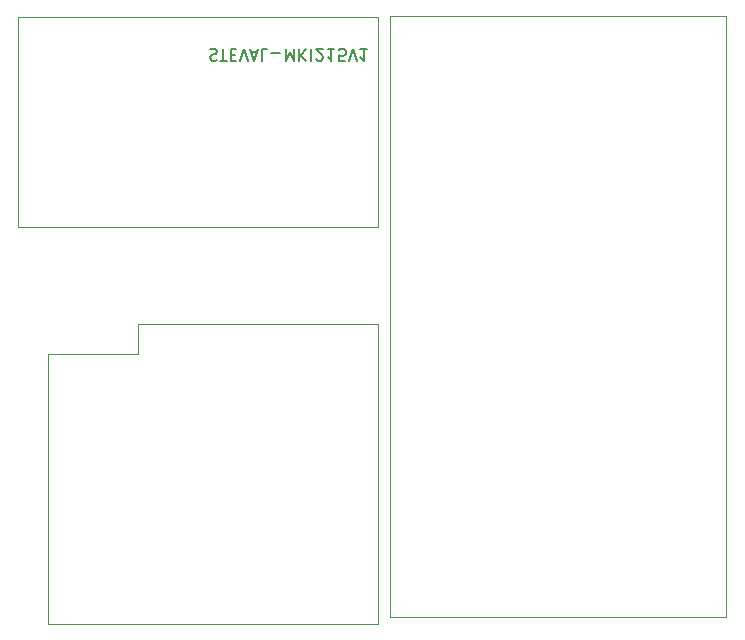
<source format=gbo>
%TF.GenerationSoftware,KiCad,Pcbnew,(6.0.5)*%
%TF.CreationDate,2022-12-08T11:31:36+07:00*%
%TF.ProjectId,Device on bag,44657669-6365-4206-9f6e-206261672e6b,rev?*%
%TF.SameCoordinates,Original*%
%TF.FileFunction,Legend,Bot*%
%TF.FilePolarity,Positive*%
%FSLAX46Y46*%
G04 Gerber Fmt 4.6, Leading zero omitted, Abs format (unit mm)*
G04 Created by KiCad (PCBNEW (6.0.5)) date 2022-12-08 11:31:36*
%MOMM*%
%LPD*%
G01*
G04 APERTURE LIST*
%ADD10C,0.150000*%
%ADD11C,0.120000*%
%ADD12C,1.905000*%
%ADD13R,1.800000X1.800000*%
%ADD14C,1.800000*%
%ADD15C,3.000000*%
%ADD16R,1.879600X1.879600*%
%ADD17C,1.879600*%
%ADD18R,2.000000X2.000000*%
%ADD19C,2.000000*%
G04 APERTURE END LIST*
D10*
%TO.C,U1*%
X122897142Y-56745238D02*
X123040000Y-56697619D01*
X123278095Y-56697619D01*
X123373333Y-56745238D01*
X123420952Y-56792857D01*
X123468571Y-56888095D01*
X123468571Y-56983333D01*
X123420952Y-57078571D01*
X123373333Y-57126190D01*
X123278095Y-57173809D01*
X123087619Y-57221428D01*
X122992380Y-57269047D01*
X122944761Y-57316666D01*
X122897142Y-57411904D01*
X122897142Y-57507142D01*
X122944761Y-57602380D01*
X122992380Y-57650000D01*
X123087619Y-57697619D01*
X123325714Y-57697619D01*
X123468571Y-57650000D01*
X123754285Y-57697619D02*
X124325714Y-57697619D01*
X124040000Y-56697619D02*
X124040000Y-57697619D01*
X124659047Y-57221428D02*
X124992380Y-57221428D01*
X125135238Y-56697619D02*
X124659047Y-56697619D01*
X124659047Y-57697619D01*
X125135238Y-57697619D01*
X125420952Y-57697619D02*
X125754285Y-56697619D01*
X126087619Y-57697619D01*
X126373333Y-56983333D02*
X126849523Y-56983333D01*
X126278095Y-56697619D02*
X126611428Y-57697619D01*
X126944761Y-56697619D01*
X127754285Y-56697619D02*
X127278095Y-56697619D01*
X127278095Y-57697619D01*
X128087619Y-57078571D02*
X128849523Y-57078571D01*
X129325714Y-56697619D02*
X129325714Y-57697619D01*
X129659047Y-56983333D01*
X129992380Y-57697619D01*
X129992380Y-56697619D01*
X130468571Y-56697619D02*
X130468571Y-57697619D01*
X131039999Y-56697619D02*
X130611428Y-57269047D01*
X131039999Y-57697619D02*
X130468571Y-57126190D01*
X131468571Y-56697619D02*
X131468571Y-57697619D01*
X131897142Y-57602380D02*
X131944761Y-57650000D01*
X132039999Y-57697619D01*
X132278095Y-57697619D01*
X132373333Y-57650000D01*
X132420952Y-57602380D01*
X132468571Y-57507142D01*
X132468571Y-57411904D01*
X132420952Y-57269047D01*
X131849523Y-56697619D01*
X132468571Y-56697619D01*
X133420952Y-56697619D02*
X132849523Y-56697619D01*
X133135238Y-56697619D02*
X133135238Y-57697619D01*
X133039999Y-57554761D01*
X132944761Y-57459523D01*
X132849523Y-57411904D01*
X134325714Y-57697619D02*
X133849523Y-57697619D01*
X133801904Y-57221428D01*
X133849523Y-57269047D01*
X133944761Y-57316666D01*
X134182857Y-57316666D01*
X134278095Y-57269047D01*
X134325714Y-57221428D01*
X134373333Y-57126190D01*
X134373333Y-56888095D01*
X134325714Y-56792857D01*
X134278095Y-56745238D01*
X134182857Y-56697619D01*
X133944761Y-56697619D01*
X133849523Y-56745238D01*
X133801904Y-56792857D01*
X134659047Y-57697619D02*
X134992380Y-56697619D01*
X135325714Y-57697619D01*
X136182857Y-56697619D02*
X135611428Y-56697619D01*
X135897142Y-56697619D02*
X135897142Y-57697619D01*
X135801904Y-57554761D01*
X135706666Y-57459523D01*
X135611428Y-57411904D01*
D11*
%TO.C,U2*%
X109220000Y-105410000D02*
X137160000Y-105410000D01*
X109220000Y-82550000D02*
X109220000Y-105410000D01*
X116840000Y-82550000D02*
X109220000Y-82550000D01*
X137160000Y-80010000D02*
X116840000Y-80010000D01*
X137160000Y-105410000D02*
X137160000Y-80010000D01*
X116840000Y-80010000D02*
X116840000Y-82550000D01*
%TO.C,U1*%
X137160000Y-71755000D02*
X106680000Y-71755000D01*
X106680000Y-71755000D02*
X106680000Y-53975000D01*
X106680000Y-53975000D02*
X137160000Y-53975000D01*
X137160000Y-53975000D02*
X137160000Y-71755000D01*
%TO.C,U3*%
X166624000Y-53924200D02*
X138125200Y-53924200D01*
X138125200Y-53924200D02*
X138125200Y-104825800D01*
X138125200Y-104825800D02*
X166624000Y-104825800D01*
X166624000Y-104825800D02*
X166624000Y-53924200D01*
%TD*%
%LPC*%
D12*
%TO.C,U2*%
X135890000Y-81280000D03*
X133350000Y-81280000D03*
X130810000Y-81280000D03*
X128270000Y-81280000D03*
X125730000Y-81280000D03*
X123190000Y-81280000D03*
X120650000Y-81280000D03*
X118110000Y-81280000D03*
X118110000Y-104140000D03*
X120650000Y-104140000D03*
X123190000Y-104140000D03*
X125730000Y-104140000D03*
X128270000Y-104140000D03*
X130810000Y-104140000D03*
X133350000Y-104140000D03*
X135890000Y-104140000D03*
%TD*%
D13*
%TO.C,SW1*%
X113665000Y-80010000D03*
D14*
X111165000Y-80010000D03*
X108665000Y-80010000D03*
X113665000Y-74010000D03*
X111165000Y-74010000D03*
X108665000Y-74010000D03*
%TD*%
D15*
%TO.C,*%
X107315000Y-104140000D03*
%TD*%
D16*
%TO.C,U1*%
X135890000Y-55245000D03*
D17*
X133350000Y-55245000D03*
X130810000Y-55245000D03*
X128270000Y-55245000D03*
X125730000Y-55245000D03*
X123190000Y-55245000D03*
X120650000Y-55245000D03*
X118110000Y-55245000D03*
X115570000Y-55245000D03*
X113030000Y-55245000D03*
X110490000Y-55245000D03*
X107950000Y-55245000D03*
X107950000Y-70485000D03*
X110490000Y-70485000D03*
X113030000Y-70485000D03*
X115570000Y-70485000D03*
X118110000Y-70485000D03*
X120650000Y-70485000D03*
X123190000Y-70485000D03*
X125730000Y-70485000D03*
X128270000Y-70485000D03*
X130810000Y-70485000D03*
X133350000Y-70485000D03*
X135890000Y-70485000D03*
%TD*%
D15*
%TO.C,U3*%
X140120000Y-102850000D03*
X140120000Y-55900000D03*
X164630000Y-102850000D03*
X164630000Y-55900000D03*
D18*
X139700000Y-63860000D03*
D19*
X139700000Y-66400000D03*
X139700000Y-68940000D03*
X139700000Y-71480000D03*
X139700000Y-74020000D03*
X139700000Y-76560000D03*
X139700000Y-79100000D03*
X139700000Y-81640000D03*
X139700000Y-84180000D03*
X139700000Y-86720000D03*
X139700000Y-89260000D03*
X139700000Y-91800000D03*
X139700000Y-94340000D03*
X139700000Y-96880000D03*
X139700000Y-99420000D03*
X165100000Y-99420000D03*
X165100000Y-96880000D03*
X165100000Y-94340000D03*
X165100000Y-91800000D03*
X165100000Y-89260000D03*
X165100000Y-86720000D03*
X165100000Y-84180000D03*
X165100000Y-81640000D03*
X165100000Y-79100000D03*
X165100000Y-76560000D03*
X165100000Y-74020000D03*
X165100000Y-71480000D03*
X165100000Y-68940000D03*
X165100000Y-66400000D03*
X165100000Y-63860000D03*
%TD*%
M02*

</source>
